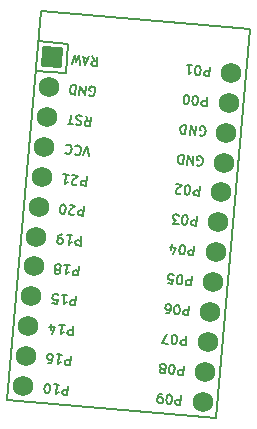
<source format=gbr>
%TF.GenerationSoftware,KiCad,Pcbnew,(6.0.2-0)*%
%TF.CreationDate,2022-05-20T19:03:11-07:00*%
%TF.ProjectId,adux_take_2,61647578-5f74-4616-9b65-5f322e6b6963,v1.0.0*%
%TF.SameCoordinates,Original*%
%TF.FileFunction,Legend,Top*%
%TF.FilePolarity,Positive*%
%FSLAX46Y46*%
G04 Gerber Fmt 4.6, Leading zero omitted, Abs format (unit mm)*
G04 Created by KiCad (PCBNEW (6.0.2-0)) date 2022-05-20 19:03:11*
%MOMM*%
%LPD*%
G01*
G04 APERTURE LIST*
G04 Aperture macros list*
%AMRotRect*
0 Rectangle, with rotation*
0 The origin of the aperture is its center*
0 $1 length*
0 $2 width*
0 $3 Rotation angle, in degrees counterclockwise*
0 Add horizontal line*
21,1,$1,$2,0,0,$3*%
G04 Aperture macros list end*
%ADD10C,0.150000*%
%ADD11C,1.752600*%
%ADD12RotRect,1.752600X1.752600X265.000000*%
G04 APERTURE END LIST*
D10*
%TO.C,MCU1*%
X114902755Y19777783D02*
X114833030Y18980827D01*
X114529428Y19007389D01*
X114456847Y19051979D01*
X114422217Y19093250D01*
X114390908Y19172470D01*
X114400868Y19286321D01*
X114445459Y19358902D01*
X114486729Y19393532D01*
X114565950Y19424842D01*
X114869552Y19398280D01*
X113884273Y19063832D02*
X113808373Y19070473D01*
X113735792Y19115063D01*
X113701162Y19156334D01*
X113669852Y19235555D01*
X113645183Y19390676D01*
X113661784Y19580427D01*
X113713015Y19728908D01*
X113757606Y19801489D01*
X113798876Y19836119D01*
X113878097Y19867428D01*
X113953998Y19860788D01*
X114026578Y19816197D01*
X114061208Y19774927D01*
X114092518Y19695706D01*
X114117187Y19540585D01*
X114100586Y19350833D01*
X114049355Y19202352D01*
X114004764Y19129772D01*
X113963494Y19095142D01*
X113884273Y19063832D01*
X113308843Y19917232D02*
X113157042Y19930513D01*
X113077821Y19899203D01*
X113036551Y19864573D01*
X112950689Y19757362D01*
X112899458Y19608881D01*
X112872897Y19305279D01*
X112904206Y19226058D01*
X112938836Y19184788D01*
X113011417Y19140197D01*
X113163218Y19126916D01*
X113242439Y19158226D01*
X113283709Y19192856D01*
X113328300Y19265437D01*
X113344901Y19455188D01*
X113313591Y19534409D01*
X113278961Y19575679D01*
X113206381Y19620270D01*
X113054580Y19633551D01*
X112975359Y19602241D01*
X112934088Y19567611D01*
X112889498Y19495031D01*
X115124130Y22308117D02*
X115054405Y21511161D01*
X114750803Y21537723D01*
X114678222Y21582313D01*
X114643592Y21623584D01*
X114612283Y21702804D01*
X114622243Y21816655D01*
X114666834Y21889236D01*
X114708104Y21923866D01*
X114787325Y21955176D01*
X115090927Y21928614D01*
X114105648Y21594166D02*
X114029748Y21600807D01*
X113957167Y21645397D01*
X113922537Y21686668D01*
X113891227Y21765889D01*
X113866558Y21921010D01*
X113883159Y22110761D01*
X113934390Y22259242D01*
X113978981Y22331823D01*
X114020251Y22366453D01*
X114099472Y22397762D01*
X114175373Y22391122D01*
X114247953Y22346531D01*
X114282583Y22305261D01*
X114313893Y22226040D01*
X114338562Y22070919D01*
X114321961Y21881167D01*
X114270730Y21732686D01*
X114226139Y21660106D01*
X114184869Y21625476D01*
X114105648Y21594166D01*
X113414475Y21998803D02*
X113487055Y21954212D01*
X113521685Y21912942D01*
X113552995Y21833721D01*
X113549675Y21795771D01*
X113505084Y21723190D01*
X113463814Y21688560D01*
X113384593Y21657250D01*
X113232792Y21670531D01*
X113160211Y21715122D01*
X113125581Y21756392D01*
X113094272Y21835613D01*
X113097592Y21873564D01*
X113142183Y21946144D01*
X113183453Y21980774D01*
X113262674Y22012084D01*
X113414475Y21998803D01*
X113493696Y22030113D01*
X113534966Y22064743D01*
X113579557Y22137323D01*
X113592838Y22289124D01*
X113561528Y22368345D01*
X113526898Y22409615D01*
X113454318Y22454206D01*
X113302516Y22467487D01*
X113223296Y22436177D01*
X113182025Y22401547D01*
X113137434Y22328967D01*
X113124154Y22177166D01*
X113155463Y22097945D01*
X113190093Y22056674D01*
X113262674Y22012084D01*
X115345506Y24838452D02*
X115275781Y24041496D01*
X114972179Y24068058D01*
X114899598Y24112648D01*
X114864968Y24153919D01*
X114833659Y24233139D01*
X114843619Y24346990D01*
X114888210Y24419571D01*
X114929480Y24454201D01*
X115008701Y24485511D01*
X115312303Y24458949D01*
X114327024Y24124501D02*
X114251124Y24131142D01*
X114178543Y24175732D01*
X114143913Y24217003D01*
X114112603Y24296224D01*
X114087934Y24451345D01*
X114104535Y24641096D01*
X114155766Y24789577D01*
X114200357Y24862158D01*
X114241627Y24896788D01*
X114320848Y24928097D01*
X114396749Y24921457D01*
X114469329Y24876866D01*
X114503959Y24835596D01*
X114535269Y24756375D01*
X114559938Y24601254D01*
X114543337Y24411502D01*
X114492106Y24263021D01*
X114447515Y24190441D01*
X114406245Y24155811D01*
X114327024Y24124501D01*
X113795720Y24170984D02*
X113264416Y24217467D01*
X113675694Y24984541D01*
X115566882Y27368786D02*
X115497157Y26571830D01*
X115193555Y26598392D01*
X115120974Y26642982D01*
X115086344Y26684253D01*
X115055035Y26763473D01*
X115064995Y26877324D01*
X115109586Y26949905D01*
X115150856Y26984535D01*
X115230077Y27015845D01*
X115533679Y26989283D01*
X114548400Y26654835D02*
X114472500Y26661476D01*
X114399919Y26706066D01*
X114365289Y26747337D01*
X114333979Y26826558D01*
X114309310Y26981679D01*
X114325911Y27171430D01*
X114377142Y27319911D01*
X114421733Y27392492D01*
X114463003Y27427122D01*
X114542224Y27458431D01*
X114618125Y27451791D01*
X114690705Y27407200D01*
X114725335Y27365930D01*
X114756645Y27286709D01*
X114781314Y27131588D01*
X114764713Y26941836D01*
X114713482Y26793355D01*
X114668891Y26720775D01*
X114627621Y26686145D01*
X114548400Y26654835D01*
X113599643Y26737841D02*
X113751444Y26724560D01*
X113830665Y26755870D01*
X113871936Y26790500D01*
X113957797Y26897710D01*
X114009028Y27046191D01*
X114035590Y27349793D01*
X114004280Y27429014D01*
X113969650Y27470284D01*
X113897070Y27514875D01*
X113745268Y27528156D01*
X113666048Y27496846D01*
X113624777Y27462216D01*
X113580186Y27389636D01*
X113563585Y27199884D01*
X113594895Y27120664D01*
X113629525Y27079393D01*
X113702106Y27034802D01*
X113853907Y27021522D01*
X113933127Y27052831D01*
X113974398Y27087461D01*
X114018989Y27160042D01*
X115788257Y29899121D02*
X115718532Y29102165D01*
X115414930Y29128727D01*
X115342349Y29173317D01*
X115307719Y29214588D01*
X115276410Y29293808D01*
X115286370Y29407659D01*
X115330961Y29480240D01*
X115372231Y29514870D01*
X115451452Y29546180D01*
X115755054Y29519618D01*
X114769775Y29185170D02*
X114693875Y29191811D01*
X114621294Y29236401D01*
X114586664Y29277672D01*
X114555354Y29356893D01*
X114530685Y29512014D01*
X114547286Y29701765D01*
X114598517Y29850246D01*
X114643108Y29922827D01*
X114684378Y29957457D01*
X114763599Y29988766D01*
X114839500Y29982126D01*
X114912080Y29937535D01*
X114946710Y29896265D01*
X114978020Y29817044D01*
X115002689Y29661923D01*
X114986088Y29472171D01*
X114934857Y29323690D01*
X114890266Y29251110D01*
X114848996Y29216480D01*
X114769775Y29185170D01*
X113783068Y29271496D02*
X114162571Y29238294D01*
X114233723Y29614476D01*
X114192453Y29579846D01*
X114113232Y29548536D01*
X113923481Y29565137D01*
X113850900Y29609728D01*
X113816270Y29650999D01*
X113784960Y29730219D01*
X113801561Y29919971D01*
X113846152Y29992551D01*
X113887423Y30027181D01*
X113966643Y30058491D01*
X114156395Y30041890D01*
X114228975Y29997299D01*
X114263605Y29956029D01*
X116009633Y32429455D02*
X115939908Y31632499D01*
X115636306Y31659061D01*
X115563725Y31703651D01*
X115529095Y31744922D01*
X115497786Y31824142D01*
X115507746Y31937993D01*
X115552337Y32010574D01*
X115593607Y32045204D01*
X115672828Y32076514D01*
X115976430Y32049952D01*
X114991151Y31715504D02*
X114915251Y31722145D01*
X114842670Y31766735D01*
X114808040Y31808006D01*
X114776730Y31887227D01*
X114752061Y32042348D01*
X114768662Y32232099D01*
X114819893Y32380580D01*
X114864484Y32453161D01*
X114905754Y32487791D01*
X114984975Y32519100D01*
X115060876Y32512460D01*
X115133456Y32467869D01*
X115168086Y32426599D01*
X115199396Y32347378D01*
X115224065Y32192257D01*
X115207464Y32002505D01*
X115156233Y31854024D01*
X115111642Y31781444D01*
X115070372Y31746814D01*
X114991151Y31715504D01*
X114065636Y32064162D02*
X114112119Y32595465D01*
X114228825Y31743958D02*
X114468380Y32296611D01*
X113975027Y32339774D01*
X116231008Y34959790D02*
X116161283Y34162834D01*
X115857681Y34189396D01*
X115785100Y34233986D01*
X115750470Y34275257D01*
X115719161Y34354477D01*
X115729121Y34468328D01*
X115773712Y34540909D01*
X115814982Y34575539D01*
X115894203Y34606849D01*
X116197805Y34580287D01*
X115212526Y34245839D02*
X115136626Y34252480D01*
X115064045Y34297070D01*
X115029415Y34338341D01*
X114998105Y34417562D01*
X114973436Y34572683D01*
X114990037Y34762434D01*
X115041268Y34910915D01*
X115085859Y34983496D01*
X115127129Y35018126D01*
X115206350Y35049435D01*
X115282251Y35042795D01*
X115354831Y34998204D01*
X115389461Y34956934D01*
X115420771Y34877713D01*
X115445440Y34722592D01*
X115428839Y34532840D01*
X115377608Y34384359D01*
X115333017Y34311779D01*
X115291747Y34277149D01*
X115212526Y34245839D01*
X114681222Y34292322D02*
X114187869Y34335485D01*
X114480082Y34615846D01*
X114366232Y34625806D01*
X114293651Y34670397D01*
X114259021Y34711668D01*
X114227711Y34790888D01*
X114244312Y34980640D01*
X114288903Y35053220D01*
X114330174Y35087850D01*
X114409394Y35119160D01*
X114637096Y35099239D01*
X114709676Y35054648D01*
X114744306Y35013378D01*
X116452384Y37490124D02*
X116382659Y36693168D01*
X116079057Y36719730D01*
X116006476Y36764320D01*
X115971846Y36805591D01*
X115940537Y36884811D01*
X115950497Y36998662D01*
X115995088Y37071243D01*
X116036358Y37105873D01*
X116115579Y37137183D01*
X116419181Y37110621D01*
X115433902Y36776173D02*
X115358002Y36782814D01*
X115285421Y36827404D01*
X115250791Y36868675D01*
X115219481Y36947896D01*
X115194812Y37103017D01*
X115211413Y37292768D01*
X115262644Y37441249D01*
X115307235Y37513830D01*
X115348505Y37548460D01*
X115427726Y37579769D01*
X115503627Y37573129D01*
X115576207Y37528538D01*
X115610837Y37487268D01*
X115642147Y37408047D01*
X115666816Y37252926D01*
X115650215Y37063174D01*
X115598984Y36914693D01*
X115554393Y36842113D01*
X115513123Y36807483D01*
X115433902Y36776173D01*
X114871288Y36901877D02*
X114830018Y36867247D01*
X114750797Y36835937D01*
X114561046Y36852538D01*
X114488465Y36897129D01*
X114453835Y36938399D01*
X114422526Y37017620D01*
X114429166Y37093521D01*
X114477077Y37204051D01*
X114972323Y37619612D01*
X114478969Y37662775D01*
X116246828Y39292995D02*
X116319408Y39248404D01*
X116433259Y39238444D01*
X116550430Y39266433D01*
X116632971Y39335693D01*
X116677561Y39408274D01*
X116728793Y39556755D01*
X116738753Y39670606D01*
X116714084Y39825727D01*
X116682774Y39904948D01*
X116613514Y39987489D01*
X116502983Y40035400D01*
X116427083Y40042040D01*
X116309912Y40014050D01*
X116268641Y39979420D01*
X116245400Y39713768D01*
X116397201Y39700487D01*
X115933729Y40085203D02*
X115864005Y39288247D01*
X115478326Y40125045D01*
X115408601Y39328090D01*
X115098823Y40158248D02*
X115029099Y39361292D01*
X114839347Y39377893D01*
X114728817Y39425804D01*
X114659557Y39508345D01*
X114628247Y39587566D01*
X114603577Y39742687D01*
X114613538Y39856538D01*
X114664769Y40005019D01*
X114709360Y40077599D01*
X114791901Y40146859D01*
X114909072Y40174849D01*
X115098823Y40158248D01*
X116468203Y41823329D02*
X116540783Y41778738D01*
X116654634Y41768778D01*
X116771805Y41796767D01*
X116854346Y41866027D01*
X116898936Y41938608D01*
X116950168Y42087089D01*
X116960128Y42200940D01*
X116935459Y42356061D01*
X116904149Y42435282D01*
X116834889Y42517823D01*
X116724358Y42565734D01*
X116648458Y42572374D01*
X116531287Y42544384D01*
X116490016Y42509754D01*
X116466775Y42244102D01*
X116618576Y42230821D01*
X116155104Y42615537D02*
X116085380Y41818581D01*
X115699701Y42655379D01*
X115629976Y41858424D01*
X115320198Y42688582D02*
X115250474Y41891626D01*
X115060722Y41908227D01*
X114950192Y41956138D01*
X114880932Y42038679D01*
X114849622Y42117900D01*
X114824952Y42273021D01*
X114834913Y42386872D01*
X114886144Y42535353D01*
X114930735Y42607933D01*
X115013276Y42677193D01*
X115130447Y42705183D01*
X115320198Y42688582D01*
X117116511Y45081128D02*
X117046786Y44284172D01*
X116743184Y44310734D01*
X116670603Y44355324D01*
X116635973Y44396595D01*
X116604664Y44475815D01*
X116614624Y44589666D01*
X116659215Y44662247D01*
X116700485Y44696877D01*
X116779706Y44728187D01*
X117083308Y44701625D01*
X116098029Y44367177D02*
X116022129Y44373818D01*
X115949548Y44418408D01*
X115914918Y44459679D01*
X115883608Y44538900D01*
X115858939Y44694021D01*
X115875540Y44883772D01*
X115926771Y45032253D01*
X115971362Y45104834D01*
X116012632Y45139464D01*
X116091853Y45170773D01*
X116167754Y45164133D01*
X116240334Y45119542D01*
X116274964Y45078272D01*
X116306274Y44999051D01*
X116330943Y44843930D01*
X116314342Y44654178D01*
X116263111Y44505697D01*
X116218520Y44433117D01*
X116177250Y44398487D01*
X116098029Y44367177D01*
X115339024Y44433582D02*
X115263123Y44440222D01*
X115190543Y44484813D01*
X115155913Y44526083D01*
X115124603Y44605304D01*
X115099933Y44760425D01*
X115116535Y44950177D01*
X115167766Y45098658D01*
X115212356Y45171238D01*
X115253627Y45205868D01*
X115332848Y45237178D01*
X115408748Y45230537D01*
X115481329Y45185947D01*
X115515959Y45144676D01*
X115547268Y45065455D01*
X115571938Y44910334D01*
X115555337Y44720583D01*
X115504106Y44572102D01*
X115459515Y44499522D01*
X115418244Y44464891D01*
X115339024Y44433582D01*
X117337886Y47611462D02*
X117268161Y46814506D01*
X116964559Y46841068D01*
X116891978Y46885658D01*
X116857348Y46926929D01*
X116826039Y47006149D01*
X116835999Y47120000D01*
X116880590Y47192581D01*
X116921860Y47227211D01*
X117001081Y47258521D01*
X117304683Y47231959D01*
X116319404Y46897511D02*
X116243504Y46904152D01*
X116170923Y46948742D01*
X116136293Y46990013D01*
X116104983Y47069234D01*
X116080314Y47224355D01*
X116096915Y47414106D01*
X116148146Y47562587D01*
X116192737Y47635168D01*
X116234007Y47669798D01*
X116313228Y47701107D01*
X116389129Y47694467D01*
X116461709Y47649876D01*
X116496339Y47608606D01*
X116527649Y47529385D01*
X116552318Y47374264D01*
X116535717Y47184512D01*
X116484486Y47036031D01*
X116439895Y46963451D01*
X116398625Y46928821D01*
X116319404Y46897511D01*
X115364471Y47784113D02*
X115819875Y47744270D01*
X115592173Y47764192D02*
X115522448Y46967236D01*
X115608310Y47074446D01*
X115690851Y47143706D01*
X115770071Y47175016D01*
X105339286Y20614478D02*
X105269561Y19817522D01*
X104965959Y19844084D01*
X104893378Y19888674D01*
X104858748Y19929945D01*
X104827439Y20009165D01*
X104837399Y20123016D01*
X104881990Y20195597D01*
X104923260Y20230227D01*
X105002481Y20261537D01*
X105306083Y20234975D01*
X104124877Y20720725D02*
X104580280Y20680882D01*
X104352578Y20700803D02*
X104282854Y19903847D01*
X104368715Y20011058D01*
X104451256Y20080318D01*
X104530477Y20111628D01*
X103561799Y19966932D02*
X103485898Y19973572D01*
X103413318Y20018163D01*
X103378688Y20059433D01*
X103347378Y20138654D01*
X103322708Y20293775D01*
X103339310Y20483527D01*
X103390541Y20632008D01*
X103435131Y20704588D01*
X103476402Y20739218D01*
X103555623Y20770528D01*
X103631523Y20763887D01*
X103704104Y20719297D01*
X103738734Y20678026D01*
X103770043Y20598805D01*
X103794713Y20443684D01*
X103778112Y20253933D01*
X103726881Y20105452D01*
X103682290Y20032872D01*
X103641019Y19998241D01*
X103561799Y19966932D01*
X105560661Y23144812D02*
X105490936Y22347856D01*
X105187334Y22374418D01*
X105114753Y22419008D01*
X105080123Y22460279D01*
X105048814Y22539499D01*
X105058774Y22653350D01*
X105103365Y22725931D01*
X105144635Y22760561D01*
X105223856Y22791871D01*
X105527458Y22765309D01*
X104346252Y23251059D02*
X104801655Y23211216D01*
X104573953Y23231137D02*
X104504229Y22434181D01*
X104590090Y22541392D01*
X104672631Y22610652D01*
X104751852Y22641962D01*
X103593422Y22513867D02*
X103745223Y22500586D01*
X103824444Y22531896D01*
X103865715Y22566526D01*
X103951576Y22673736D01*
X104002807Y22822217D01*
X104029369Y23125819D01*
X103998059Y23205040D01*
X103963429Y23246310D01*
X103890849Y23290901D01*
X103739047Y23304182D01*
X103659827Y23272872D01*
X103618556Y23238242D01*
X103573965Y23165662D01*
X103557364Y22975910D01*
X103588674Y22896690D01*
X103623304Y22855419D01*
X103695885Y22810828D01*
X103847686Y22797548D01*
X103926906Y22828857D01*
X103968177Y22863487D01*
X104012768Y22936068D01*
X105782037Y25675147D02*
X105712312Y24878191D01*
X105408710Y24904753D01*
X105336129Y24949343D01*
X105301499Y24990614D01*
X105270190Y25069834D01*
X105280150Y25183685D01*
X105324741Y25256266D01*
X105366011Y25290896D01*
X105445232Y25322206D01*
X105748834Y25295644D01*
X104567628Y25781394D02*
X105023031Y25741551D01*
X104795329Y25761472D02*
X104725605Y24964516D01*
X104811466Y25071727D01*
X104894007Y25140987D01*
X104973228Y25172297D01*
X103838040Y25309854D02*
X103884523Y25841157D01*
X104001229Y24989650D02*
X104240784Y25542303D01*
X103747431Y25585466D01*
X106003412Y28205481D02*
X105933687Y27408525D01*
X105630085Y27435087D01*
X105557504Y27479677D01*
X105522874Y27520948D01*
X105491565Y27600168D01*
X105501525Y27714019D01*
X105546116Y27786600D01*
X105587386Y27821230D01*
X105666607Y27852540D01*
X105970209Y27825978D01*
X104789003Y28311728D02*
X105244406Y28271885D01*
X105016704Y28291806D02*
X104946980Y27494850D01*
X105032841Y27602061D01*
X105115382Y27671321D01*
X105194603Y27702631D01*
X103998223Y27577856D02*
X104377726Y27544654D01*
X104448878Y27920836D01*
X104407608Y27886206D01*
X104328387Y27854896D01*
X104138636Y27871497D01*
X104066055Y27916088D01*
X104031425Y27957359D01*
X104000115Y28036579D01*
X104016716Y28226331D01*
X104061307Y28298911D01*
X104102578Y28333541D01*
X104181798Y28364851D01*
X104371550Y28348250D01*
X104444130Y28303659D01*
X104478760Y28262389D01*
X106224788Y30735816D02*
X106155063Y29938860D01*
X105851461Y29965422D01*
X105778880Y30010012D01*
X105744250Y30051283D01*
X105712941Y30130503D01*
X105722901Y30244354D01*
X105767492Y30316935D01*
X105808762Y30351565D01*
X105887983Y30382875D01*
X106191585Y30356313D01*
X105010379Y30842063D02*
X105465782Y30802220D01*
X105238080Y30822141D02*
X105168356Y30025185D01*
X105254217Y30132396D01*
X105336758Y30201656D01*
X105415979Y30232966D01*
X104515133Y30426502D02*
X104587713Y30381911D01*
X104622343Y30340641D01*
X104653653Y30261420D01*
X104650333Y30223470D01*
X104605742Y30150889D01*
X104564472Y30116259D01*
X104485251Y30084949D01*
X104333450Y30098230D01*
X104260869Y30142821D01*
X104226239Y30184091D01*
X104194930Y30263312D01*
X104198250Y30301263D01*
X104242841Y30373843D01*
X104284111Y30408473D01*
X104363332Y30439783D01*
X104515133Y30426502D01*
X104594354Y30457812D01*
X104635624Y30492442D01*
X104680215Y30565022D01*
X104693496Y30716823D01*
X104662186Y30796044D01*
X104627556Y30837314D01*
X104554976Y30881905D01*
X104403174Y30895186D01*
X104323954Y30863876D01*
X104282683Y30829246D01*
X104238092Y30756666D01*
X104224812Y30604865D01*
X104256121Y30525644D01*
X104290751Y30484373D01*
X104363332Y30439783D01*
X106446164Y33266150D02*
X106376439Y32469194D01*
X106072837Y32495756D01*
X106000256Y32540346D01*
X105965626Y32581617D01*
X105934317Y32660837D01*
X105944277Y32774688D01*
X105988868Y32847269D01*
X106030138Y32881899D01*
X106109359Y32913209D01*
X106412961Y32886647D01*
X105231755Y33372397D02*
X105687158Y33332554D01*
X105459456Y33352475D02*
X105389732Y32555519D01*
X105475593Y32662730D01*
X105558134Y32731990D01*
X105637355Y32763300D01*
X104852252Y33405599D02*
X104700451Y33418880D01*
X104621230Y33387570D01*
X104579960Y33352940D01*
X104494098Y33245729D01*
X104442867Y33097248D01*
X104416306Y32793646D01*
X104447615Y32714425D01*
X104482245Y32673155D01*
X104554826Y32628564D01*
X104706627Y32615283D01*
X104785848Y32646593D01*
X104827118Y32681223D01*
X104871709Y32753804D01*
X104888310Y32943555D01*
X104857000Y33022776D01*
X104822370Y33064046D01*
X104749790Y33108637D01*
X104597989Y33121918D01*
X104518768Y33090608D01*
X104477497Y33055978D01*
X104432907Y32983398D01*
X106667539Y35796485D02*
X106597814Y34999529D01*
X106294212Y35026091D01*
X106221631Y35070681D01*
X106187001Y35111952D01*
X106155692Y35191172D01*
X106165652Y35305023D01*
X106210243Y35377604D01*
X106251513Y35412234D01*
X106330734Y35443544D01*
X106634336Y35416982D01*
X105845449Y35141834D02*
X105804178Y35107204D01*
X105724958Y35075894D01*
X105535206Y35092495D01*
X105462626Y35137086D01*
X105427996Y35178356D01*
X105396686Y35257577D01*
X105403327Y35333477D01*
X105451237Y35444008D01*
X105946483Y35859569D01*
X105453130Y35902732D01*
X104890052Y35148939D02*
X104814151Y35155579D01*
X104741571Y35200170D01*
X104706941Y35241440D01*
X104675631Y35320661D01*
X104650961Y35475782D01*
X104667563Y35665534D01*
X104718794Y35814015D01*
X104763384Y35886595D01*
X104804655Y35921225D01*
X104883876Y35952535D01*
X104959776Y35945894D01*
X105032357Y35901304D01*
X105066987Y35860033D01*
X105098296Y35780812D01*
X105122966Y35625691D01*
X105106365Y35435940D01*
X105055134Y35287459D01*
X105010543Y35214879D01*
X104969272Y35180248D01*
X104890052Y35148939D01*
X106888915Y38326819D02*
X106819190Y37529863D01*
X106515588Y37556425D01*
X106443007Y37601015D01*
X106408377Y37642286D01*
X106377068Y37721506D01*
X106387028Y37835357D01*
X106431619Y37907938D01*
X106472889Y37942568D01*
X106552110Y37973878D01*
X106855712Y37947316D01*
X106066825Y37672168D02*
X106025554Y37637538D01*
X105946334Y37606228D01*
X105756582Y37622829D01*
X105684002Y37667420D01*
X105649372Y37708690D01*
X105618062Y37787911D01*
X105624703Y37863811D01*
X105672613Y37974342D01*
X106167859Y38389903D01*
X105674506Y38433066D01*
X104915500Y38499470D02*
X105370904Y38459627D01*
X105143202Y38479549D02*
X105073477Y37682593D01*
X105159339Y37789803D01*
X105241880Y37859063D01*
X105321100Y37890373D01*
X107135441Y40051897D02*
X106939513Y40872095D01*
X106604137Y40098380D01*
X105946166Y40882520D02*
X105987436Y40917150D01*
X106104607Y40945139D01*
X106180508Y40938499D01*
X106291038Y40890588D01*
X106360299Y40808047D01*
X106391608Y40728826D01*
X106416278Y40573705D01*
X106406317Y40459854D01*
X106355086Y40311373D01*
X106310495Y40238793D01*
X106227954Y40169533D01*
X106110783Y40141543D01*
X106034883Y40148184D01*
X105924352Y40196094D01*
X105889722Y40237365D01*
X105149210Y40952244D02*
X105190481Y40986874D01*
X105307652Y41014864D01*
X105383552Y41008223D01*
X105494083Y40960313D01*
X105563343Y40877772D01*
X105594653Y40798551D01*
X105619322Y40643429D01*
X105609361Y40529579D01*
X105558130Y40381098D01*
X105513540Y40308517D01*
X105430999Y40239257D01*
X105313827Y40211268D01*
X105237927Y40217908D01*
X105127396Y40265819D01*
X105092766Y40307090D01*
X106800362Y43433971D02*
X107032811Y43031226D01*
X107255765Y43394128D02*
X107186040Y42597172D01*
X106882438Y42623734D01*
X106809858Y42668325D01*
X106775228Y42709595D01*
X106743918Y42788816D01*
X106753879Y42902667D01*
X106798469Y42975247D01*
X106839740Y43009877D01*
X106918961Y43041187D01*
X107222563Y43014625D01*
X106493439Y43422582D02*
X106382909Y43470493D01*
X106193157Y43487094D01*
X106113937Y43455784D01*
X106072666Y43421154D01*
X106028075Y43348574D01*
X106021435Y43272673D01*
X106052745Y43193453D01*
X106087375Y43152182D01*
X106159955Y43107591D01*
X106308436Y43056360D01*
X106381016Y43011769D01*
X106415646Y42970499D01*
X106446956Y42891278D01*
X106440316Y42815378D01*
X106395725Y42742797D01*
X106354455Y42708167D01*
X106275234Y42676857D01*
X106085482Y42693459D01*
X105974952Y42741369D01*
X105743930Y42723341D02*
X105288527Y42763183D01*
X105585953Y43540218D02*
X105516228Y42743262D01*
X107126110Y45190359D02*
X107198690Y45145768D01*
X107312541Y45135808D01*
X107429712Y45163797D01*
X107512253Y45233057D01*
X107556843Y45305638D01*
X107608075Y45454119D01*
X107618035Y45567970D01*
X107593366Y45723091D01*
X107562056Y45802312D01*
X107492796Y45884853D01*
X107382265Y45932764D01*
X107306365Y45939404D01*
X107189194Y45911414D01*
X107147923Y45876784D01*
X107124682Y45611132D01*
X107276483Y45597851D01*
X106813011Y45982567D02*
X106743287Y45185611D01*
X106357608Y46022409D01*
X106287883Y45225454D01*
X105978105Y46055612D02*
X105908381Y45258656D01*
X105718629Y45275257D01*
X105608099Y45323168D01*
X105538839Y45405709D01*
X105507529Y45484930D01*
X105482859Y45640051D01*
X105492820Y45753902D01*
X105544051Y45902383D01*
X105588642Y45974963D01*
X105671183Y46044223D01*
X105788354Y46072213D01*
X105978105Y46055612D01*
X107356964Y48484679D02*
X107589413Y48081935D01*
X107812367Y48444836D02*
X107742642Y47647881D01*
X107439040Y47674442D01*
X107366460Y47719033D01*
X107331830Y47760304D01*
X107300520Y47839524D01*
X107310480Y47953375D01*
X107355071Y48025955D01*
X107396342Y48060585D01*
X107475562Y48091895D01*
X107779165Y48065334D01*
X107033440Y48283539D02*
X106653937Y48316741D01*
X107129262Y48504600D02*
X106793885Y47730886D01*
X106597958Y48551083D01*
X106338482Y47770729D02*
X106218455Y48584285D01*
X106016851Y48028312D01*
X105914853Y48610847D01*
X105655377Y47830493D01*
X105120354Y47042220D02*
X102590019Y47263595D01*
X105341729Y49572554D02*
X102811395Y49793930D01*
X105341729Y49572554D02*
X105120354Y47042220D01*
X120745112Y50774635D02*
X103032770Y52324264D01*
X117867229Y17880286D02*
X120745112Y50774635D01*
X100154888Y19429915D02*
X117867229Y17880286D01*
X103032770Y52324264D02*
X100154888Y19429915D01*
%TD*%
D11*
%TO.C,MCU1*%
X116712750Y19256141D03*
X116934125Y21786476D03*
X117155501Y24316810D03*
X117376877Y26847145D03*
X117598252Y29377479D03*
X117819628Y31907814D03*
X118041003Y34438149D03*
X118262379Y36968483D03*
X118483755Y39498818D03*
X118705130Y42029152D03*
X118926506Y44559487D03*
X119147881Y47089821D03*
X101530743Y20584395D03*
X101752118Y23114729D03*
X101973494Y25645064D03*
X102194869Y28175398D03*
X102416245Y30705733D03*
X102637621Y33236067D03*
X102858996Y35766402D03*
X103080372Y38296737D03*
X103301747Y40827071D03*
X103523123Y43357406D03*
X103744499Y45887740D03*
D12*
X103965874Y48418075D03*
%TD*%
M02*

</source>
